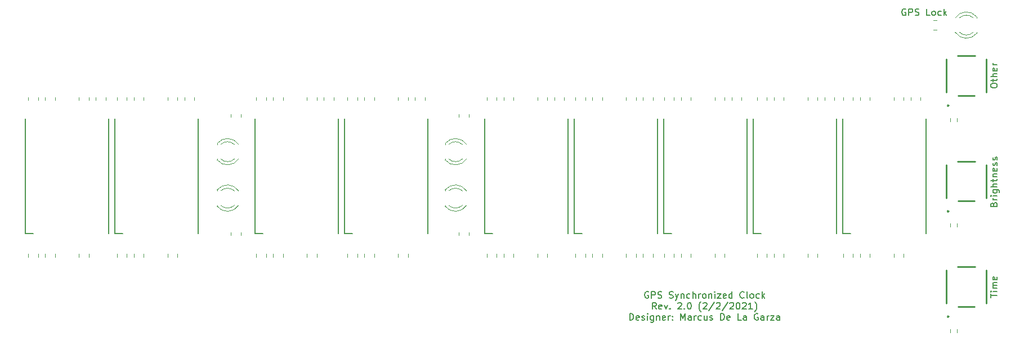
<source format=gbr>
%TF.GenerationSoftware,KiCad,Pcbnew,(5.1.9)-1*%
%TF.CreationDate,2021-02-03T14:21:07-06:00*%
%TF.ProjectId,GPS_Clock_Ver2,4750535f-436c-46f6-936b-5f566572322e,rev?*%
%TF.SameCoordinates,Original*%
%TF.FileFunction,Legend,Top*%
%TF.FilePolarity,Positive*%
%FSLAX46Y46*%
G04 Gerber Fmt 4.6, Leading zero omitted, Abs format (unit mm)*
G04 Created by KiCad (PCBNEW (5.1.9)-1) date 2021-02-03 14:21:07*
%MOMM*%
%LPD*%
G01*
G04 APERTURE LIST*
%ADD10C,0.150000*%
%ADD11C,0.200000*%
%ADD12C,0.120000*%
%ADD13C,0.254000*%
G04 APERTURE END LIST*
D10*
X213162619Y-93481000D02*
X213067380Y-93433380D01*
X212924523Y-93433380D01*
X212781666Y-93481000D01*
X212686428Y-93576238D01*
X212638809Y-93671476D01*
X212591190Y-93861952D01*
X212591190Y-94004809D01*
X212638809Y-94195285D01*
X212686428Y-94290523D01*
X212781666Y-94385761D01*
X212924523Y-94433380D01*
X213019761Y-94433380D01*
X213162619Y-94385761D01*
X213210238Y-94338142D01*
X213210238Y-94004809D01*
X213019761Y-94004809D01*
X213638809Y-94433380D02*
X213638809Y-93433380D01*
X214019761Y-93433380D01*
X214115000Y-93481000D01*
X214162619Y-93528619D01*
X214210238Y-93623857D01*
X214210238Y-93766714D01*
X214162619Y-93861952D01*
X214115000Y-93909571D01*
X214019761Y-93957190D01*
X213638809Y-93957190D01*
X214591190Y-94385761D02*
X214734047Y-94433380D01*
X214972142Y-94433380D01*
X215067380Y-94385761D01*
X215115000Y-94338142D01*
X215162619Y-94242904D01*
X215162619Y-94147666D01*
X215115000Y-94052428D01*
X215067380Y-94004809D01*
X214972142Y-93957190D01*
X214781666Y-93909571D01*
X214686428Y-93861952D01*
X214638809Y-93814333D01*
X214591190Y-93719095D01*
X214591190Y-93623857D01*
X214638809Y-93528619D01*
X214686428Y-93481000D01*
X214781666Y-93433380D01*
X215019761Y-93433380D01*
X215162619Y-93481000D01*
X216305476Y-94385761D02*
X216448333Y-94433380D01*
X216686428Y-94433380D01*
X216781666Y-94385761D01*
X216829285Y-94338142D01*
X216876904Y-94242904D01*
X216876904Y-94147666D01*
X216829285Y-94052428D01*
X216781666Y-94004809D01*
X216686428Y-93957190D01*
X216495952Y-93909571D01*
X216400714Y-93861952D01*
X216353095Y-93814333D01*
X216305476Y-93719095D01*
X216305476Y-93623857D01*
X216353095Y-93528619D01*
X216400714Y-93481000D01*
X216495952Y-93433380D01*
X216734047Y-93433380D01*
X216876904Y-93481000D01*
X217210238Y-93766714D02*
X217448333Y-94433380D01*
X217686428Y-93766714D02*
X217448333Y-94433380D01*
X217353095Y-94671476D01*
X217305476Y-94719095D01*
X217210238Y-94766714D01*
X218067380Y-93766714D02*
X218067380Y-94433380D01*
X218067380Y-93861952D02*
X218115000Y-93814333D01*
X218210238Y-93766714D01*
X218353095Y-93766714D01*
X218448333Y-93814333D01*
X218495952Y-93909571D01*
X218495952Y-94433380D01*
X219400714Y-94385761D02*
X219305476Y-94433380D01*
X219115000Y-94433380D01*
X219019761Y-94385761D01*
X218972142Y-94338142D01*
X218924523Y-94242904D01*
X218924523Y-93957190D01*
X218972142Y-93861952D01*
X219019761Y-93814333D01*
X219115000Y-93766714D01*
X219305476Y-93766714D01*
X219400714Y-93814333D01*
X219829285Y-94433380D02*
X219829285Y-93433380D01*
X220257857Y-94433380D02*
X220257857Y-93909571D01*
X220210238Y-93814333D01*
X220115000Y-93766714D01*
X219972142Y-93766714D01*
X219876904Y-93814333D01*
X219829285Y-93861952D01*
X220734047Y-94433380D02*
X220734047Y-93766714D01*
X220734047Y-93957190D02*
X220781666Y-93861952D01*
X220829285Y-93814333D01*
X220924523Y-93766714D01*
X221019761Y-93766714D01*
X221495952Y-94433380D02*
X221400714Y-94385761D01*
X221353095Y-94338142D01*
X221305476Y-94242904D01*
X221305476Y-93957190D01*
X221353095Y-93861952D01*
X221400714Y-93814333D01*
X221495952Y-93766714D01*
X221638809Y-93766714D01*
X221734047Y-93814333D01*
X221781666Y-93861952D01*
X221829285Y-93957190D01*
X221829285Y-94242904D01*
X221781666Y-94338142D01*
X221734047Y-94385761D01*
X221638809Y-94433380D01*
X221495952Y-94433380D01*
X222257857Y-93766714D02*
X222257857Y-94433380D01*
X222257857Y-93861952D02*
X222305476Y-93814333D01*
X222400714Y-93766714D01*
X222543571Y-93766714D01*
X222638809Y-93814333D01*
X222686428Y-93909571D01*
X222686428Y-94433380D01*
X223162619Y-94433380D02*
X223162619Y-93766714D01*
X223162619Y-93433380D02*
X223115000Y-93481000D01*
X223162619Y-93528619D01*
X223210238Y-93481000D01*
X223162619Y-93433380D01*
X223162619Y-93528619D01*
X223543571Y-93766714D02*
X224067380Y-93766714D01*
X223543571Y-94433380D01*
X224067380Y-94433380D01*
X224829285Y-94385761D02*
X224734047Y-94433380D01*
X224543571Y-94433380D01*
X224448333Y-94385761D01*
X224400714Y-94290523D01*
X224400714Y-93909571D01*
X224448333Y-93814333D01*
X224543571Y-93766714D01*
X224734047Y-93766714D01*
X224829285Y-93814333D01*
X224876904Y-93909571D01*
X224876904Y-94004809D01*
X224400714Y-94100047D01*
X225734047Y-94433380D02*
X225734047Y-93433380D01*
X225734047Y-94385761D02*
X225638809Y-94433380D01*
X225448333Y-94433380D01*
X225353095Y-94385761D01*
X225305476Y-94338142D01*
X225257857Y-94242904D01*
X225257857Y-93957190D01*
X225305476Y-93861952D01*
X225353095Y-93814333D01*
X225448333Y-93766714D01*
X225638809Y-93766714D01*
X225734047Y-93814333D01*
X227543571Y-94338142D02*
X227495952Y-94385761D01*
X227353095Y-94433380D01*
X227257857Y-94433380D01*
X227115000Y-94385761D01*
X227019761Y-94290523D01*
X226972142Y-94195285D01*
X226924523Y-94004809D01*
X226924523Y-93861952D01*
X226972142Y-93671476D01*
X227019761Y-93576238D01*
X227115000Y-93481000D01*
X227257857Y-93433380D01*
X227353095Y-93433380D01*
X227495952Y-93481000D01*
X227543571Y-93528619D01*
X228115000Y-94433380D02*
X228019761Y-94385761D01*
X227972142Y-94290523D01*
X227972142Y-93433380D01*
X228638809Y-94433380D02*
X228543571Y-94385761D01*
X228495952Y-94338142D01*
X228448333Y-94242904D01*
X228448333Y-93957190D01*
X228495952Y-93861952D01*
X228543571Y-93814333D01*
X228638809Y-93766714D01*
X228781666Y-93766714D01*
X228876904Y-93814333D01*
X228924523Y-93861952D01*
X228972142Y-93957190D01*
X228972142Y-94242904D01*
X228924523Y-94338142D01*
X228876904Y-94385761D01*
X228781666Y-94433380D01*
X228638809Y-94433380D01*
X229829285Y-94385761D02*
X229734047Y-94433380D01*
X229543571Y-94433380D01*
X229448333Y-94385761D01*
X229400714Y-94338142D01*
X229353095Y-94242904D01*
X229353095Y-93957190D01*
X229400714Y-93861952D01*
X229448333Y-93814333D01*
X229543571Y-93766714D01*
X229734047Y-93766714D01*
X229829285Y-93814333D01*
X230257857Y-94433380D02*
X230257857Y-93433380D01*
X230353095Y-94052428D02*
X230638809Y-94433380D01*
X230638809Y-93766714D02*
X230257857Y-94147666D01*
X214353095Y-96083380D02*
X214019761Y-95607190D01*
X213781666Y-96083380D02*
X213781666Y-95083380D01*
X214162619Y-95083380D01*
X214257857Y-95131000D01*
X214305476Y-95178619D01*
X214353095Y-95273857D01*
X214353095Y-95416714D01*
X214305476Y-95511952D01*
X214257857Y-95559571D01*
X214162619Y-95607190D01*
X213781666Y-95607190D01*
X215162619Y-96035761D02*
X215067380Y-96083380D01*
X214876904Y-96083380D01*
X214781666Y-96035761D01*
X214734047Y-95940523D01*
X214734047Y-95559571D01*
X214781666Y-95464333D01*
X214876904Y-95416714D01*
X215067380Y-95416714D01*
X215162619Y-95464333D01*
X215210238Y-95559571D01*
X215210238Y-95654809D01*
X214734047Y-95750047D01*
X215543571Y-95416714D02*
X215781666Y-96083380D01*
X216019761Y-95416714D01*
X216400714Y-95988142D02*
X216448333Y-96035761D01*
X216400714Y-96083380D01*
X216353095Y-96035761D01*
X216400714Y-95988142D01*
X216400714Y-96083380D01*
X217591190Y-95178619D02*
X217638809Y-95131000D01*
X217734047Y-95083380D01*
X217972142Y-95083380D01*
X218067380Y-95131000D01*
X218115000Y-95178619D01*
X218162619Y-95273857D01*
X218162619Y-95369095D01*
X218115000Y-95511952D01*
X217543571Y-96083380D01*
X218162619Y-96083380D01*
X218591190Y-95988142D02*
X218638809Y-96035761D01*
X218591190Y-96083380D01*
X218543571Y-96035761D01*
X218591190Y-95988142D01*
X218591190Y-96083380D01*
X219257857Y-95083380D02*
X219353095Y-95083380D01*
X219448333Y-95131000D01*
X219495952Y-95178619D01*
X219543571Y-95273857D01*
X219591190Y-95464333D01*
X219591190Y-95702428D01*
X219543571Y-95892904D01*
X219495952Y-95988142D01*
X219448333Y-96035761D01*
X219353095Y-96083380D01*
X219257857Y-96083380D01*
X219162619Y-96035761D01*
X219115000Y-95988142D01*
X219067380Y-95892904D01*
X219019761Y-95702428D01*
X219019761Y-95464333D01*
X219067380Y-95273857D01*
X219115000Y-95178619D01*
X219162619Y-95131000D01*
X219257857Y-95083380D01*
X221067380Y-96464333D02*
X221019761Y-96416714D01*
X220924523Y-96273857D01*
X220876904Y-96178619D01*
X220829285Y-96035761D01*
X220781666Y-95797666D01*
X220781666Y-95607190D01*
X220829285Y-95369095D01*
X220876904Y-95226238D01*
X220924523Y-95131000D01*
X221019761Y-94988142D01*
X221067380Y-94940523D01*
X221400714Y-95178619D02*
X221448333Y-95131000D01*
X221543571Y-95083380D01*
X221781666Y-95083380D01*
X221876904Y-95131000D01*
X221924523Y-95178619D01*
X221972142Y-95273857D01*
X221972142Y-95369095D01*
X221924523Y-95511952D01*
X221353095Y-96083380D01*
X221972142Y-96083380D01*
X223115000Y-95035761D02*
X222257857Y-96321476D01*
X223400714Y-95178619D02*
X223448333Y-95131000D01*
X223543571Y-95083380D01*
X223781666Y-95083380D01*
X223876904Y-95131000D01*
X223924523Y-95178619D01*
X223972142Y-95273857D01*
X223972142Y-95369095D01*
X223924523Y-95511952D01*
X223353095Y-96083380D01*
X223972142Y-96083380D01*
X225115000Y-95035761D02*
X224257857Y-96321476D01*
X225400714Y-95178619D02*
X225448333Y-95131000D01*
X225543571Y-95083380D01*
X225781666Y-95083380D01*
X225876904Y-95131000D01*
X225924523Y-95178619D01*
X225972142Y-95273857D01*
X225972142Y-95369095D01*
X225924523Y-95511952D01*
X225353095Y-96083380D01*
X225972142Y-96083380D01*
X226591190Y-95083380D02*
X226686428Y-95083380D01*
X226781666Y-95131000D01*
X226829285Y-95178619D01*
X226876904Y-95273857D01*
X226924523Y-95464333D01*
X226924523Y-95702428D01*
X226876904Y-95892904D01*
X226829285Y-95988142D01*
X226781666Y-96035761D01*
X226686428Y-96083380D01*
X226591190Y-96083380D01*
X226495952Y-96035761D01*
X226448333Y-95988142D01*
X226400714Y-95892904D01*
X226353095Y-95702428D01*
X226353095Y-95464333D01*
X226400714Y-95273857D01*
X226448333Y-95178619D01*
X226495952Y-95131000D01*
X226591190Y-95083380D01*
X227305476Y-95178619D02*
X227353095Y-95131000D01*
X227448333Y-95083380D01*
X227686428Y-95083380D01*
X227781666Y-95131000D01*
X227829285Y-95178619D01*
X227876904Y-95273857D01*
X227876904Y-95369095D01*
X227829285Y-95511952D01*
X227257857Y-96083380D01*
X227876904Y-96083380D01*
X228829285Y-96083380D02*
X228257857Y-96083380D01*
X228543571Y-96083380D02*
X228543571Y-95083380D01*
X228448333Y-95226238D01*
X228353095Y-95321476D01*
X228257857Y-95369095D01*
X229162619Y-96464333D02*
X229210238Y-96416714D01*
X229305476Y-96273857D01*
X229353095Y-96178619D01*
X229400714Y-96035761D01*
X229448333Y-95797666D01*
X229448333Y-95607190D01*
X229400714Y-95369095D01*
X229353095Y-95226238D01*
X229305476Y-95131000D01*
X229210238Y-94988142D01*
X229162619Y-94940523D01*
X210353095Y-97733380D02*
X210353095Y-96733380D01*
X210591190Y-96733380D01*
X210734047Y-96781000D01*
X210829285Y-96876238D01*
X210876904Y-96971476D01*
X210924523Y-97161952D01*
X210924523Y-97304809D01*
X210876904Y-97495285D01*
X210829285Y-97590523D01*
X210734047Y-97685761D01*
X210591190Y-97733380D01*
X210353095Y-97733380D01*
X211734047Y-97685761D02*
X211638809Y-97733380D01*
X211448333Y-97733380D01*
X211353095Y-97685761D01*
X211305476Y-97590523D01*
X211305476Y-97209571D01*
X211353095Y-97114333D01*
X211448333Y-97066714D01*
X211638809Y-97066714D01*
X211734047Y-97114333D01*
X211781666Y-97209571D01*
X211781666Y-97304809D01*
X211305476Y-97400047D01*
X212162619Y-97685761D02*
X212257857Y-97733380D01*
X212448333Y-97733380D01*
X212543571Y-97685761D01*
X212591190Y-97590523D01*
X212591190Y-97542904D01*
X212543571Y-97447666D01*
X212448333Y-97400047D01*
X212305476Y-97400047D01*
X212210238Y-97352428D01*
X212162619Y-97257190D01*
X212162619Y-97209571D01*
X212210238Y-97114333D01*
X212305476Y-97066714D01*
X212448333Y-97066714D01*
X212543571Y-97114333D01*
X213019761Y-97733380D02*
X213019761Y-97066714D01*
X213019761Y-96733380D02*
X212972142Y-96781000D01*
X213019761Y-96828619D01*
X213067380Y-96781000D01*
X213019761Y-96733380D01*
X213019761Y-96828619D01*
X213924523Y-97066714D02*
X213924523Y-97876238D01*
X213876904Y-97971476D01*
X213829285Y-98019095D01*
X213734047Y-98066714D01*
X213591190Y-98066714D01*
X213495952Y-98019095D01*
X213924523Y-97685761D02*
X213829285Y-97733380D01*
X213638809Y-97733380D01*
X213543571Y-97685761D01*
X213495952Y-97638142D01*
X213448333Y-97542904D01*
X213448333Y-97257190D01*
X213495952Y-97161952D01*
X213543571Y-97114333D01*
X213638809Y-97066714D01*
X213829285Y-97066714D01*
X213924523Y-97114333D01*
X214400714Y-97066714D02*
X214400714Y-97733380D01*
X214400714Y-97161952D02*
X214448333Y-97114333D01*
X214543571Y-97066714D01*
X214686428Y-97066714D01*
X214781666Y-97114333D01*
X214829285Y-97209571D01*
X214829285Y-97733380D01*
X215686428Y-97685761D02*
X215591190Y-97733380D01*
X215400714Y-97733380D01*
X215305476Y-97685761D01*
X215257857Y-97590523D01*
X215257857Y-97209571D01*
X215305476Y-97114333D01*
X215400714Y-97066714D01*
X215591190Y-97066714D01*
X215686428Y-97114333D01*
X215734047Y-97209571D01*
X215734047Y-97304809D01*
X215257857Y-97400047D01*
X216162619Y-97733380D02*
X216162619Y-97066714D01*
X216162619Y-97257190D02*
X216210238Y-97161952D01*
X216257857Y-97114333D01*
X216353095Y-97066714D01*
X216448333Y-97066714D01*
X216781666Y-97638142D02*
X216829285Y-97685761D01*
X216781666Y-97733380D01*
X216734047Y-97685761D01*
X216781666Y-97638142D01*
X216781666Y-97733380D01*
X216781666Y-97114333D02*
X216829285Y-97161952D01*
X216781666Y-97209571D01*
X216734047Y-97161952D01*
X216781666Y-97114333D01*
X216781666Y-97209571D01*
X218019761Y-97733380D02*
X218019761Y-96733380D01*
X218353095Y-97447666D01*
X218686428Y-96733380D01*
X218686428Y-97733380D01*
X219591190Y-97733380D02*
X219591190Y-97209571D01*
X219543571Y-97114333D01*
X219448333Y-97066714D01*
X219257857Y-97066714D01*
X219162619Y-97114333D01*
X219591190Y-97685761D02*
X219495952Y-97733380D01*
X219257857Y-97733380D01*
X219162619Y-97685761D01*
X219115000Y-97590523D01*
X219115000Y-97495285D01*
X219162619Y-97400047D01*
X219257857Y-97352428D01*
X219495952Y-97352428D01*
X219591190Y-97304809D01*
X220067380Y-97733380D02*
X220067380Y-97066714D01*
X220067380Y-97257190D02*
X220115000Y-97161952D01*
X220162619Y-97114333D01*
X220257857Y-97066714D01*
X220353095Y-97066714D01*
X221115000Y-97685761D02*
X221019761Y-97733380D01*
X220829285Y-97733380D01*
X220734047Y-97685761D01*
X220686428Y-97638142D01*
X220638809Y-97542904D01*
X220638809Y-97257190D01*
X220686428Y-97161952D01*
X220734047Y-97114333D01*
X220829285Y-97066714D01*
X221019761Y-97066714D01*
X221115000Y-97114333D01*
X221972142Y-97066714D02*
X221972142Y-97733380D01*
X221543571Y-97066714D02*
X221543571Y-97590523D01*
X221591190Y-97685761D01*
X221686428Y-97733380D01*
X221829285Y-97733380D01*
X221924523Y-97685761D01*
X221972142Y-97638142D01*
X222400714Y-97685761D02*
X222495952Y-97733380D01*
X222686428Y-97733380D01*
X222781666Y-97685761D01*
X222829285Y-97590523D01*
X222829285Y-97542904D01*
X222781666Y-97447666D01*
X222686428Y-97400047D01*
X222543571Y-97400047D01*
X222448333Y-97352428D01*
X222400714Y-97257190D01*
X222400714Y-97209571D01*
X222448333Y-97114333D01*
X222543571Y-97066714D01*
X222686428Y-97066714D01*
X222781666Y-97114333D01*
X224019761Y-97733380D02*
X224019761Y-96733380D01*
X224257857Y-96733380D01*
X224400714Y-96781000D01*
X224495952Y-96876238D01*
X224543571Y-96971476D01*
X224591190Y-97161952D01*
X224591190Y-97304809D01*
X224543571Y-97495285D01*
X224495952Y-97590523D01*
X224400714Y-97685761D01*
X224257857Y-97733380D01*
X224019761Y-97733380D01*
X225400714Y-97685761D02*
X225305476Y-97733380D01*
X225115000Y-97733380D01*
X225019761Y-97685761D01*
X224972142Y-97590523D01*
X224972142Y-97209571D01*
X225019761Y-97114333D01*
X225115000Y-97066714D01*
X225305476Y-97066714D01*
X225400714Y-97114333D01*
X225448333Y-97209571D01*
X225448333Y-97304809D01*
X224972142Y-97400047D01*
X227115000Y-97733380D02*
X226638809Y-97733380D01*
X226638809Y-96733380D01*
X227876904Y-97733380D02*
X227876904Y-97209571D01*
X227829285Y-97114333D01*
X227734047Y-97066714D01*
X227543571Y-97066714D01*
X227448333Y-97114333D01*
X227876904Y-97685761D02*
X227781666Y-97733380D01*
X227543571Y-97733380D01*
X227448333Y-97685761D01*
X227400714Y-97590523D01*
X227400714Y-97495285D01*
X227448333Y-97400047D01*
X227543571Y-97352428D01*
X227781666Y-97352428D01*
X227876904Y-97304809D01*
X229638809Y-96781000D02*
X229543571Y-96733380D01*
X229400714Y-96733380D01*
X229257857Y-96781000D01*
X229162619Y-96876238D01*
X229115000Y-96971476D01*
X229067380Y-97161952D01*
X229067380Y-97304809D01*
X229115000Y-97495285D01*
X229162619Y-97590523D01*
X229257857Y-97685761D01*
X229400714Y-97733380D01*
X229495952Y-97733380D01*
X229638809Y-97685761D01*
X229686428Y-97638142D01*
X229686428Y-97304809D01*
X229495952Y-97304809D01*
X230543571Y-97733380D02*
X230543571Y-97209571D01*
X230495952Y-97114333D01*
X230400714Y-97066714D01*
X230210238Y-97066714D01*
X230115000Y-97114333D01*
X230543571Y-97685761D02*
X230448333Y-97733380D01*
X230210238Y-97733380D01*
X230115000Y-97685761D01*
X230067380Y-97590523D01*
X230067380Y-97495285D01*
X230115000Y-97400047D01*
X230210238Y-97352428D01*
X230448333Y-97352428D01*
X230543571Y-97304809D01*
X231019761Y-97733380D02*
X231019761Y-97066714D01*
X231019761Y-97257190D02*
X231067380Y-97161952D01*
X231115000Y-97114333D01*
X231210238Y-97066714D01*
X231305476Y-97066714D01*
X231543571Y-97066714D02*
X232067380Y-97066714D01*
X231543571Y-97733380D01*
X232067380Y-97733380D01*
X232876904Y-97733380D02*
X232876904Y-97209571D01*
X232829285Y-97114333D01*
X232734047Y-97066714D01*
X232543571Y-97066714D01*
X232448333Y-97114333D01*
X232876904Y-97685761D02*
X232781666Y-97733380D01*
X232543571Y-97733380D01*
X232448333Y-97685761D01*
X232400714Y-97590523D01*
X232400714Y-97495285D01*
X232448333Y-97400047D01*
X232543571Y-97352428D01*
X232781666Y-97352428D01*
X232876904Y-97304809D01*
X251849285Y-50935000D02*
X251754047Y-50887380D01*
X251611190Y-50887380D01*
X251468333Y-50935000D01*
X251373095Y-51030238D01*
X251325476Y-51125476D01*
X251277857Y-51315952D01*
X251277857Y-51458809D01*
X251325476Y-51649285D01*
X251373095Y-51744523D01*
X251468333Y-51839761D01*
X251611190Y-51887380D01*
X251706428Y-51887380D01*
X251849285Y-51839761D01*
X251896904Y-51792142D01*
X251896904Y-51458809D01*
X251706428Y-51458809D01*
X252325476Y-51887380D02*
X252325476Y-50887380D01*
X252706428Y-50887380D01*
X252801666Y-50935000D01*
X252849285Y-50982619D01*
X252896904Y-51077857D01*
X252896904Y-51220714D01*
X252849285Y-51315952D01*
X252801666Y-51363571D01*
X252706428Y-51411190D01*
X252325476Y-51411190D01*
X253277857Y-51839761D02*
X253420714Y-51887380D01*
X253658809Y-51887380D01*
X253754047Y-51839761D01*
X253801666Y-51792142D01*
X253849285Y-51696904D01*
X253849285Y-51601666D01*
X253801666Y-51506428D01*
X253754047Y-51458809D01*
X253658809Y-51411190D01*
X253468333Y-51363571D01*
X253373095Y-51315952D01*
X253325476Y-51268333D01*
X253277857Y-51173095D01*
X253277857Y-51077857D01*
X253325476Y-50982619D01*
X253373095Y-50935000D01*
X253468333Y-50887380D01*
X253706428Y-50887380D01*
X253849285Y-50935000D01*
X255515952Y-51887380D02*
X255039761Y-51887380D01*
X255039761Y-50887380D01*
X255992142Y-51887380D02*
X255896904Y-51839761D01*
X255849285Y-51792142D01*
X255801666Y-51696904D01*
X255801666Y-51411190D01*
X255849285Y-51315952D01*
X255896904Y-51268333D01*
X255992142Y-51220714D01*
X256135000Y-51220714D01*
X256230238Y-51268333D01*
X256277857Y-51315952D01*
X256325476Y-51411190D01*
X256325476Y-51696904D01*
X256277857Y-51792142D01*
X256230238Y-51839761D01*
X256135000Y-51887380D01*
X255992142Y-51887380D01*
X257182619Y-51839761D02*
X257087380Y-51887380D01*
X256896904Y-51887380D01*
X256801666Y-51839761D01*
X256754047Y-51792142D01*
X256706428Y-51696904D01*
X256706428Y-51411190D01*
X256754047Y-51315952D01*
X256801666Y-51268333D01*
X256896904Y-51220714D01*
X257087380Y-51220714D01*
X257182619Y-51268333D01*
X257611190Y-51887380D02*
X257611190Y-50887380D01*
X257706428Y-51506428D02*
X257992142Y-51887380D01*
X257992142Y-51220714D02*
X257611190Y-51601666D01*
X264628380Y-62531428D02*
X264628380Y-62340952D01*
X264676000Y-62245714D01*
X264771238Y-62150476D01*
X264961714Y-62102857D01*
X265295047Y-62102857D01*
X265485523Y-62150476D01*
X265580761Y-62245714D01*
X265628380Y-62340952D01*
X265628380Y-62531428D01*
X265580761Y-62626666D01*
X265485523Y-62721904D01*
X265295047Y-62769523D01*
X264961714Y-62769523D01*
X264771238Y-62721904D01*
X264676000Y-62626666D01*
X264628380Y-62531428D01*
X264961714Y-61817142D02*
X264961714Y-61436190D01*
X264628380Y-61674285D02*
X265485523Y-61674285D01*
X265580761Y-61626666D01*
X265628380Y-61531428D01*
X265628380Y-61436190D01*
X265628380Y-61102857D02*
X264628380Y-61102857D01*
X265628380Y-60674285D02*
X265104571Y-60674285D01*
X265009333Y-60721904D01*
X264961714Y-60817142D01*
X264961714Y-60960000D01*
X265009333Y-61055238D01*
X265056952Y-61102857D01*
X265580761Y-59817142D02*
X265628380Y-59912380D01*
X265628380Y-60102857D01*
X265580761Y-60198095D01*
X265485523Y-60245714D01*
X265104571Y-60245714D01*
X265009333Y-60198095D01*
X264961714Y-60102857D01*
X264961714Y-59912380D01*
X265009333Y-59817142D01*
X265104571Y-59769523D01*
X265199809Y-59769523D01*
X265295047Y-60245714D01*
X265628380Y-59340952D02*
X264961714Y-59340952D01*
X265152190Y-59340952D02*
X265056952Y-59293333D01*
X265009333Y-59245714D01*
X264961714Y-59150476D01*
X264961714Y-59055238D01*
X265104571Y-80319142D02*
X265152190Y-80176285D01*
X265199809Y-80128666D01*
X265295047Y-80081047D01*
X265437904Y-80081047D01*
X265533142Y-80128666D01*
X265580761Y-80176285D01*
X265628380Y-80271523D01*
X265628380Y-80652476D01*
X264628380Y-80652476D01*
X264628380Y-80319142D01*
X264676000Y-80223904D01*
X264723619Y-80176285D01*
X264818857Y-80128666D01*
X264914095Y-80128666D01*
X265009333Y-80176285D01*
X265056952Y-80223904D01*
X265104571Y-80319142D01*
X265104571Y-80652476D01*
X265628380Y-79652476D02*
X264961714Y-79652476D01*
X265152190Y-79652476D02*
X265056952Y-79604857D01*
X265009333Y-79557238D01*
X264961714Y-79462000D01*
X264961714Y-79366761D01*
X265628380Y-79033428D02*
X264961714Y-79033428D01*
X264628380Y-79033428D02*
X264676000Y-79081047D01*
X264723619Y-79033428D01*
X264676000Y-78985809D01*
X264628380Y-79033428D01*
X264723619Y-79033428D01*
X264961714Y-78128666D02*
X265771238Y-78128666D01*
X265866476Y-78176285D01*
X265914095Y-78223904D01*
X265961714Y-78319142D01*
X265961714Y-78462000D01*
X265914095Y-78557238D01*
X265580761Y-78128666D02*
X265628380Y-78223904D01*
X265628380Y-78414380D01*
X265580761Y-78509619D01*
X265533142Y-78557238D01*
X265437904Y-78604857D01*
X265152190Y-78604857D01*
X265056952Y-78557238D01*
X265009333Y-78509619D01*
X264961714Y-78414380D01*
X264961714Y-78223904D01*
X265009333Y-78128666D01*
X265628380Y-77652476D02*
X264628380Y-77652476D01*
X265628380Y-77223904D02*
X265104571Y-77223904D01*
X265009333Y-77271523D01*
X264961714Y-77366761D01*
X264961714Y-77509619D01*
X265009333Y-77604857D01*
X265056952Y-77652476D01*
X264961714Y-76890571D02*
X264961714Y-76509619D01*
X264628380Y-76747714D02*
X265485523Y-76747714D01*
X265580761Y-76700095D01*
X265628380Y-76604857D01*
X265628380Y-76509619D01*
X264961714Y-76176285D02*
X265628380Y-76176285D01*
X265056952Y-76176285D02*
X265009333Y-76128666D01*
X264961714Y-76033428D01*
X264961714Y-75890571D01*
X265009333Y-75795333D01*
X265104571Y-75747714D01*
X265628380Y-75747714D01*
X265580761Y-74890571D02*
X265628380Y-74985809D01*
X265628380Y-75176285D01*
X265580761Y-75271523D01*
X265485523Y-75319142D01*
X265104571Y-75319142D01*
X265009333Y-75271523D01*
X264961714Y-75176285D01*
X264961714Y-74985809D01*
X265009333Y-74890571D01*
X265104571Y-74842952D01*
X265199809Y-74842952D01*
X265295047Y-75319142D01*
X265580761Y-74462000D02*
X265628380Y-74366761D01*
X265628380Y-74176285D01*
X265580761Y-74081047D01*
X265485523Y-74033428D01*
X265437904Y-74033428D01*
X265342666Y-74081047D01*
X265295047Y-74176285D01*
X265295047Y-74319142D01*
X265247428Y-74414380D01*
X265152190Y-74462000D01*
X265104571Y-74462000D01*
X265009333Y-74414380D01*
X264961714Y-74319142D01*
X264961714Y-74176285D01*
X265009333Y-74081047D01*
X265580761Y-73652476D02*
X265628380Y-73557238D01*
X265628380Y-73366761D01*
X265580761Y-73271523D01*
X265485523Y-73223904D01*
X265437904Y-73223904D01*
X265342666Y-73271523D01*
X265295047Y-73366761D01*
X265295047Y-73509619D01*
X265247428Y-73604857D01*
X265152190Y-73652476D01*
X265104571Y-73652476D01*
X265009333Y-73604857D01*
X264961714Y-73509619D01*
X264961714Y-73366761D01*
X265009333Y-73271523D01*
X264628380Y-94329047D02*
X264628380Y-93757619D01*
X265628380Y-94043333D02*
X264628380Y-94043333D01*
X265628380Y-93424285D02*
X264961714Y-93424285D01*
X264628380Y-93424285D02*
X264676000Y-93471904D01*
X264723619Y-93424285D01*
X264676000Y-93376666D01*
X264628380Y-93424285D01*
X264723619Y-93424285D01*
X265628380Y-92948095D02*
X264961714Y-92948095D01*
X265056952Y-92948095D02*
X265009333Y-92900476D01*
X264961714Y-92805238D01*
X264961714Y-92662380D01*
X265009333Y-92567142D01*
X265104571Y-92519523D01*
X265628380Y-92519523D01*
X265104571Y-92519523D02*
X265009333Y-92471904D01*
X264961714Y-92376666D01*
X264961714Y-92233809D01*
X265009333Y-92138571D01*
X265104571Y-92090952D01*
X265628380Y-92090952D01*
X265580761Y-91233809D02*
X265628380Y-91329047D01*
X265628380Y-91519523D01*
X265580761Y-91614761D01*
X265485523Y-91662380D01*
X265104571Y-91662380D01*
X265009333Y-91614761D01*
X264961714Y-91519523D01*
X264961714Y-91329047D01*
X265009333Y-91233809D01*
X265104571Y-91186190D01*
X265199809Y-91186190D01*
X265295047Y-91662380D01*
D11*
%TO.C,DS1*%
X131961001Y-84708001D02*
X131961001Y-67458001D01*
X119411001Y-67458001D02*
X119411001Y-84708001D01*
X119411001Y-84708001D02*
X120606001Y-84708001D01*
%TO.C,DS2*%
X132876001Y-84708001D02*
X134071001Y-84708001D01*
X132876001Y-67458001D02*
X132876001Y-84708001D01*
X145426001Y-84708001D02*
X145426001Y-67458001D01*
%TO.C,DS3*%
X166549000Y-84698000D02*
X166549000Y-67448000D01*
X153999000Y-67448000D02*
X153999000Y-84698000D01*
X153999000Y-84698000D02*
X155194000Y-84698000D01*
%TO.C,DS4*%
X167461000Y-84698000D02*
X168656000Y-84698000D01*
X167461000Y-67448000D02*
X167461000Y-84698000D01*
X180011000Y-84698000D02*
X180011000Y-67448000D01*
%TO.C,DS5*%
X201093000Y-84698000D02*
X201093000Y-67448000D01*
X188543000Y-67448000D02*
X188543000Y-84698000D01*
X188543000Y-84698000D02*
X189738000Y-84698000D01*
%TO.C,DS6*%
X202005000Y-84698000D02*
X203200000Y-84698000D01*
X202005000Y-67448000D02*
X202005000Y-84698000D01*
X214555000Y-84698000D02*
X214555000Y-67448000D01*
%TO.C,DS7*%
X228017000Y-84698000D02*
X228017000Y-67448000D01*
X215467000Y-67448000D02*
X215467000Y-84698000D01*
X215467000Y-84698000D02*
X216662000Y-84698000D01*
%TO.C,DS8*%
X228929000Y-84698000D02*
X230124000Y-84698000D01*
X228929000Y-67448000D02*
X228929000Y-84698000D01*
X241479000Y-84698000D02*
X241479000Y-67448000D01*
%TO.C,DS9*%
X254941000Y-84698000D02*
X254941000Y-67448000D01*
X242391000Y-67448000D02*
X242391000Y-84698000D01*
X242391000Y-84698000D02*
X243586000Y-84698000D01*
D12*
%TO.C,D1*%
X148300000Y-73470000D02*
X148300000Y-73626000D01*
X148300000Y-71154000D02*
X148300000Y-71310000D01*
X150901130Y-73469837D02*
G75*
G02*
X148819039Y-73470000I-1041130J1079837D01*
G01*
X150901130Y-71310163D02*
G75*
G03*
X148819039Y-71310000I-1041130J-1079837D01*
G01*
X151532335Y-73468608D02*
G75*
G02*
X148300000Y-73625516I-1672335J1078608D01*
G01*
X151532335Y-71311392D02*
G75*
G03*
X148300000Y-71154484I-1672335J-1078608D01*
G01*
%TO.C,D2*%
X148300000Y-78139000D02*
X148300000Y-78295000D01*
X148300000Y-80455000D02*
X148300000Y-80611000D01*
X151532335Y-78296392D02*
G75*
G03*
X148300000Y-78139484I-1672335J-1078608D01*
G01*
X151532335Y-80453608D02*
G75*
G02*
X148300000Y-80610516I-1672335J1078608D01*
G01*
X150901130Y-78295163D02*
G75*
G03*
X148819039Y-78295000I-1041130J-1079837D01*
G01*
X150901130Y-80454837D02*
G75*
G02*
X148819039Y-80455000I-1041130J1079837D01*
G01*
%TO.C,D3*%
X182590000Y-73470000D02*
X182590000Y-73626000D01*
X182590000Y-71154000D02*
X182590000Y-71310000D01*
X185191130Y-73469837D02*
G75*
G02*
X183109039Y-73470000I-1041130J1079837D01*
G01*
X185191130Y-71310163D02*
G75*
G03*
X183109039Y-71310000I-1041130J-1079837D01*
G01*
X185822335Y-73468608D02*
G75*
G02*
X182590000Y-73625516I-1672335J1078608D01*
G01*
X185822335Y-71311392D02*
G75*
G03*
X182590000Y-71154484I-1672335J-1078608D01*
G01*
%TO.C,D4*%
X182590000Y-78139000D02*
X182590000Y-78295000D01*
X182590000Y-80455000D02*
X182590000Y-80611000D01*
X185822335Y-78296392D02*
G75*
G03*
X182590000Y-78139484I-1672335J-1078608D01*
G01*
X185822335Y-80453608D02*
G75*
G02*
X182590000Y-80610516I-1672335J1078608D01*
G01*
X185191130Y-78295163D02*
G75*
G03*
X183109039Y-78295000I-1041130J-1079837D01*
G01*
X185191130Y-80454837D02*
G75*
G02*
X183109039Y-80455000I-1041130J1079837D01*
G01*
%TO.C,R1*%
X119915000Y-64177936D02*
X119915000Y-64632064D01*
X121385000Y-64177936D02*
X121385000Y-64632064D01*
%TO.C,R2*%
X121385000Y-87767936D02*
X121385000Y-88222064D01*
X119915000Y-87767936D02*
X119915000Y-88222064D01*
%TO.C,R3*%
X123925000Y-64177936D02*
X123925000Y-64632064D01*
X122455000Y-64177936D02*
X122455000Y-64632064D01*
%TO.C,R4*%
X122455000Y-87767936D02*
X122455000Y-88222064D01*
X123925000Y-87767936D02*
X123925000Y-88222064D01*
%TO.C,R5*%
X127535000Y-64177936D02*
X127535000Y-64632064D01*
X129005000Y-64177936D02*
X129005000Y-64632064D01*
%TO.C,R6*%
X129005000Y-87767936D02*
X129005000Y-88222064D01*
X127535000Y-87767936D02*
X127535000Y-88222064D01*
%TO.C,R7*%
X131545000Y-64177936D02*
X131545000Y-64632064D01*
X130075000Y-64177936D02*
X130075000Y-64632064D01*
%TO.C,R8*%
X133250000Y-64177936D02*
X133250000Y-64632064D01*
X134720000Y-64177936D02*
X134720000Y-64632064D01*
%TO.C,R9*%
X133250000Y-87767936D02*
X133250000Y-88222064D01*
X134720000Y-87767936D02*
X134720000Y-88222064D01*
%TO.C,R10*%
X137260000Y-64177936D02*
X137260000Y-64632064D01*
X135790000Y-64177936D02*
X135790000Y-64632064D01*
%TO.C,R11*%
X137260000Y-87767936D02*
X137260000Y-88222064D01*
X135790000Y-87767936D02*
X135790000Y-88222064D01*
%TO.C,R12*%
X142340000Y-64177936D02*
X142340000Y-64632064D01*
X140870000Y-64177936D02*
X140870000Y-64632064D01*
%TO.C,R13*%
X140870000Y-87767936D02*
X140870000Y-88222064D01*
X142340000Y-87767936D02*
X142340000Y-88222064D01*
%TO.C,R14*%
X143410000Y-64177936D02*
X143410000Y-64632064D01*
X144880000Y-64177936D02*
X144880000Y-64632064D01*
%TO.C,R15*%
X151865000Y-66717936D02*
X151865000Y-67172064D01*
X150395000Y-66717936D02*
X150395000Y-67172064D01*
%TO.C,R16*%
X151865000Y-84952064D02*
X151865000Y-84497936D01*
X150395000Y-84952064D02*
X150395000Y-84497936D01*
%TO.C,R17*%
X154205000Y-64177936D02*
X154205000Y-64632064D01*
X155675000Y-64177936D02*
X155675000Y-64632064D01*
%TO.C,R18*%
X155675000Y-87767936D02*
X155675000Y-88222064D01*
X154205000Y-87767936D02*
X154205000Y-88222064D01*
%TO.C,R19*%
X158215000Y-64177936D02*
X158215000Y-64632064D01*
X156745000Y-64177936D02*
X156745000Y-64632064D01*
%TO.C,R20*%
X156745000Y-87767936D02*
X156745000Y-88222064D01*
X158215000Y-87767936D02*
X158215000Y-88222064D01*
%TO.C,R21*%
X161825000Y-64177936D02*
X161825000Y-64632064D01*
X163295000Y-64177936D02*
X163295000Y-64632064D01*
%TO.C,R22*%
X163295000Y-87767936D02*
X163295000Y-88222064D01*
X161825000Y-87767936D02*
X161825000Y-88222064D01*
%TO.C,R23*%
X165835000Y-64177936D02*
X165835000Y-64632064D01*
X164365000Y-64177936D02*
X164365000Y-64632064D01*
%TO.C,R24*%
X167921000Y-64177936D02*
X167921000Y-64632064D01*
X169391000Y-64177936D02*
X169391000Y-64632064D01*
%TO.C,R25*%
X167921000Y-87767936D02*
X167921000Y-88222064D01*
X169391000Y-87767936D02*
X169391000Y-88222064D01*
%TO.C,R26*%
X171931000Y-64177936D02*
X171931000Y-64632064D01*
X170461000Y-64177936D02*
X170461000Y-64632064D01*
%TO.C,R27*%
X171931000Y-87767936D02*
X171931000Y-88222064D01*
X170461000Y-87767936D02*
X170461000Y-88222064D01*
%TO.C,R28*%
X175541000Y-64177936D02*
X175541000Y-64632064D01*
X177011000Y-64177936D02*
X177011000Y-64632064D01*
%TO.C,R29*%
X175541000Y-87767936D02*
X175541000Y-88222064D01*
X177011000Y-87767936D02*
X177011000Y-88222064D01*
%TO.C,R30*%
X178081000Y-64177936D02*
X178081000Y-64632064D01*
X179551000Y-64177936D02*
X179551000Y-64632064D01*
%TO.C,R31*%
X186155000Y-66717936D02*
X186155000Y-67172064D01*
X184685000Y-66717936D02*
X184685000Y-67172064D01*
%TO.C,R32*%
X186155000Y-84952064D02*
X186155000Y-84497936D01*
X184685000Y-84952064D02*
X184685000Y-84497936D01*
%TO.C,R33*%
X188876000Y-64177936D02*
X188876000Y-64632064D01*
X190346000Y-64177936D02*
X190346000Y-64632064D01*
%TO.C,R34*%
X190346000Y-87767936D02*
X190346000Y-88222064D01*
X188876000Y-87767936D02*
X188876000Y-88222064D01*
%TO.C,R35*%
X192886000Y-64177936D02*
X192886000Y-64632064D01*
X191416000Y-64177936D02*
X191416000Y-64632064D01*
%TO.C,R36*%
X191416000Y-87767936D02*
X191416000Y-88222064D01*
X192886000Y-87767936D02*
X192886000Y-88222064D01*
%TO.C,R37*%
X196496000Y-64177936D02*
X196496000Y-64632064D01*
X197966000Y-64177936D02*
X197966000Y-64632064D01*
%TO.C,R38*%
X197966000Y-87767936D02*
X197966000Y-88222064D01*
X196496000Y-87767936D02*
X196496000Y-88222064D01*
%TO.C,R39*%
X200506000Y-64177936D02*
X200506000Y-64632064D01*
X199036000Y-64177936D02*
X199036000Y-64632064D01*
%TO.C,R40*%
X202211000Y-64177936D02*
X202211000Y-64632064D01*
X203681000Y-64177936D02*
X203681000Y-64632064D01*
%TO.C,R41*%
X202211000Y-87767936D02*
X202211000Y-88222064D01*
X203681000Y-87767936D02*
X203681000Y-88222064D01*
%TO.C,R42*%
X206221000Y-64177936D02*
X206221000Y-64632064D01*
X204751000Y-64177936D02*
X204751000Y-64632064D01*
%TO.C,R43*%
X206221000Y-87767936D02*
X206221000Y-88222064D01*
X204751000Y-87767936D02*
X204751000Y-88222064D01*
%TO.C,R44*%
X209831000Y-64177936D02*
X209831000Y-64632064D01*
X211301000Y-64177936D02*
X211301000Y-64632064D01*
%TO.C,R45*%
X209831000Y-87767936D02*
X209831000Y-88222064D01*
X211301000Y-87767936D02*
X211301000Y-88222064D01*
%TO.C,R46*%
X213841000Y-64177936D02*
X213841000Y-64632064D01*
X212371000Y-64177936D02*
X212371000Y-64632064D01*
%TO.C,R47*%
X212371000Y-87767936D02*
X212371000Y-88222064D01*
X213841000Y-87767936D02*
X213841000Y-88222064D01*
%TO.C,R48*%
X215546000Y-64177936D02*
X215546000Y-64632064D01*
X217016000Y-64177936D02*
X217016000Y-64632064D01*
%TO.C,R49*%
X217016000Y-87767936D02*
X217016000Y-88222064D01*
X215546000Y-87767936D02*
X215546000Y-88222064D01*
%TO.C,R50*%
X219556000Y-64177936D02*
X219556000Y-64632064D01*
X218086000Y-64177936D02*
X218086000Y-64632064D01*
%TO.C,R51*%
X218086000Y-87767936D02*
X218086000Y-88222064D01*
X219556000Y-87767936D02*
X219556000Y-88222064D01*
%TO.C,R52*%
X224636000Y-64177936D02*
X224636000Y-64632064D01*
X223166000Y-64177936D02*
X223166000Y-64632064D01*
%TO.C,R53*%
X224636000Y-87767936D02*
X224636000Y-88222064D01*
X223166000Y-87767936D02*
X223166000Y-88222064D01*
%TO.C,R54*%
X227176000Y-64177936D02*
X227176000Y-64632064D01*
X225706000Y-64177936D02*
X225706000Y-64632064D01*
%TO.C,R55*%
X229516000Y-64177936D02*
X229516000Y-64632064D01*
X230986000Y-64177936D02*
X230986000Y-64632064D01*
%TO.C,R56*%
X229516000Y-87767936D02*
X229516000Y-88222064D01*
X230986000Y-87767936D02*
X230986000Y-88222064D01*
%TO.C,R57*%
X233526000Y-64177936D02*
X233526000Y-64632064D01*
X232056000Y-64177936D02*
X232056000Y-64632064D01*
%TO.C,R58*%
X233526000Y-87767936D02*
X233526000Y-88222064D01*
X232056000Y-87767936D02*
X232056000Y-88222064D01*
%TO.C,R59*%
X238606000Y-64177936D02*
X238606000Y-64632064D01*
X237136000Y-64177936D02*
X237136000Y-64632064D01*
%TO.C,R60*%
X237136000Y-87767936D02*
X237136000Y-88222064D01*
X238606000Y-87767936D02*
X238606000Y-88222064D01*
%TO.C,R61*%
X239676000Y-64177936D02*
X239676000Y-64632064D01*
X241146000Y-64177936D02*
X241146000Y-64632064D01*
%TO.C,R62*%
X243940000Y-64177936D02*
X243940000Y-64632064D01*
X242470000Y-64177936D02*
X242470000Y-64632064D01*
%TO.C,R63*%
X243940000Y-87767936D02*
X243940000Y-88222064D01*
X242470000Y-87767936D02*
X242470000Y-88222064D01*
%TO.C,R64*%
X245010000Y-64177936D02*
X245010000Y-64632064D01*
X246480000Y-64177936D02*
X246480000Y-64632064D01*
%TO.C,R65*%
X245010000Y-87767936D02*
X245010000Y-88222064D01*
X246480000Y-87767936D02*
X246480000Y-88222064D01*
%TO.C,R66*%
X251560000Y-64177936D02*
X251560000Y-64632064D01*
X250090000Y-64177936D02*
X250090000Y-64632064D01*
%TO.C,R67*%
X251560000Y-87767936D02*
X251560000Y-88222064D01*
X250090000Y-87767936D02*
X250090000Y-88222064D01*
%TO.C,R68*%
X252630000Y-64177936D02*
X252630000Y-64632064D01*
X254100000Y-64177936D02*
X254100000Y-64632064D01*
%TO.C,R69*%
X258557500Y-67332776D02*
X258557500Y-67842224D01*
X259602500Y-67332776D02*
X259602500Y-67842224D01*
%TO.C,R70*%
X259602500Y-83207776D02*
X259602500Y-83717224D01*
X258557500Y-83207776D02*
X258557500Y-83717224D01*
%TO.C,R71*%
X259602500Y-99082776D02*
X259602500Y-99592224D01*
X258557500Y-99082776D02*
X258557500Y-99592224D01*
D13*
%TO.C,S1*%
X258327665Y-65464335D02*
G75*
G03*
X258327665Y-65464335I-99335J0D01*
G01*
X263980000Y-63460000D02*
X263980000Y-58460000D01*
X259672670Y-57965000D02*
X262264330Y-57965000D01*
X259729330Y-63955000D02*
X262165000Y-63955000D01*
X257990000Y-63460000D02*
X257990000Y-58460000D01*
%TO.C,S2*%
X257990000Y-79335000D02*
X257990000Y-74335000D01*
X259729330Y-79830000D02*
X262165000Y-79830000D01*
X259672670Y-73840000D02*
X262264330Y-73840000D01*
X263980000Y-79335000D02*
X263980000Y-74335000D01*
X258327665Y-81339335D02*
G75*
G03*
X258327665Y-81339335I-99335J0D01*
G01*
%TO.C,S3*%
X258327665Y-97214335D02*
G75*
G03*
X258327665Y-97214335I-99335J0D01*
G01*
X263980000Y-95210000D02*
X263980000Y-90210000D01*
X259672670Y-89715000D02*
X262264330Y-89715000D01*
X259729330Y-95705000D02*
X262165000Y-95705000D01*
X257990000Y-95210000D02*
X257990000Y-90210000D01*
D12*
%TO.C,D5*%
X262545000Y-54576000D02*
X262545000Y-54420000D01*
X262545000Y-52260000D02*
X262545000Y-52104000D01*
X259312665Y-54418608D02*
G75*
G03*
X262545000Y-54575516I1672335J1078608D01*
G01*
X259312665Y-52261392D02*
G75*
G02*
X262545000Y-52104484I1672335J-1078608D01*
G01*
X259943870Y-54419837D02*
G75*
G03*
X262025961Y-54420000I1041130J1079837D01*
G01*
X259943870Y-52260163D02*
G75*
G02*
X262025961Y-52260000I1041130J-1079837D01*
G01*
%TO.C,R72*%
X256042936Y-52605000D02*
X256497064Y-52605000D01*
X256042936Y-54075000D02*
X256497064Y-54075000D01*
%TD*%
M02*

</source>
